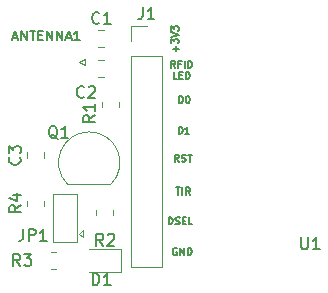
<source format=gbr>
%TF.GenerationSoftware,KiCad,Pcbnew,(6.0.2)*%
%TF.CreationDate,2022-03-07T20:15:47-06:00*%
%TF.ProjectId,RFID_board,52464944-5f62-46f6-9172-642e6b696361,rev?*%
%TF.SameCoordinates,Original*%
%TF.FileFunction,Legend,Top*%
%TF.FilePolarity,Positive*%
%FSLAX46Y46*%
G04 Gerber Fmt 4.6, Leading zero omitted, Abs format (unit mm)*
G04 Created by KiCad (PCBNEW (6.0.2)) date 2022-03-07 20:15:47*
%MOMM*%
%LPD*%
G01*
G04 APERTURE LIST*
%ADD10C,0.150000*%
%ADD11C,0.120000*%
G04 APERTURE END LIST*
D10*
X117642857Y-107700000D02*
X117585714Y-107671428D01*
X117500000Y-107671428D01*
X117414285Y-107700000D01*
X117357142Y-107757142D01*
X117328571Y-107814285D01*
X117300000Y-107928571D01*
X117300000Y-108014285D01*
X117328571Y-108128571D01*
X117357142Y-108185714D01*
X117414285Y-108242857D01*
X117500000Y-108271428D01*
X117557142Y-108271428D01*
X117642857Y-108242857D01*
X117671428Y-108214285D01*
X117671428Y-108014285D01*
X117557142Y-108014285D01*
X117928571Y-108271428D02*
X117928571Y-107671428D01*
X118271428Y-108271428D01*
X118271428Y-107671428D01*
X118557142Y-108271428D02*
X118557142Y-107671428D01*
X118700000Y-107671428D01*
X118785714Y-107700000D01*
X118842857Y-107757142D01*
X118871428Y-107814285D01*
X118900000Y-107928571D01*
X118900000Y-108014285D01*
X118871428Y-108128571D01*
X118842857Y-108185714D01*
X118785714Y-108242857D01*
X118700000Y-108271428D01*
X118557142Y-108271428D01*
X117821428Y-100371428D02*
X117621428Y-100085714D01*
X117478571Y-100371428D02*
X117478571Y-99771428D01*
X117707142Y-99771428D01*
X117764285Y-99800000D01*
X117792857Y-99828571D01*
X117821428Y-99885714D01*
X117821428Y-99971428D01*
X117792857Y-100028571D01*
X117764285Y-100057142D01*
X117707142Y-100085714D01*
X117478571Y-100085714D01*
X118050000Y-100342857D02*
X118135714Y-100371428D01*
X118278571Y-100371428D01*
X118335714Y-100342857D01*
X118364285Y-100314285D01*
X118392857Y-100257142D01*
X118392857Y-100200000D01*
X118364285Y-100142857D01*
X118335714Y-100114285D01*
X118278571Y-100085714D01*
X118164285Y-100057142D01*
X118107142Y-100028571D01*
X118078571Y-100000000D01*
X118050000Y-99942857D01*
X118050000Y-99885714D01*
X118078571Y-99828571D01*
X118107142Y-99800000D01*
X118164285Y-99771428D01*
X118307142Y-99771428D01*
X118392857Y-99800000D01*
X118564285Y-99771428D02*
X118907142Y-99771428D01*
X118735714Y-100371428D02*
X118735714Y-99771428D01*
X117832142Y-95396428D02*
X117832142Y-94796428D01*
X117975000Y-94796428D01*
X118060714Y-94825000D01*
X118117857Y-94882142D01*
X118146428Y-94939285D01*
X118175000Y-95053571D01*
X118175000Y-95139285D01*
X118146428Y-95253571D01*
X118117857Y-95310714D01*
X118060714Y-95367857D01*
X117975000Y-95396428D01*
X117832142Y-95396428D01*
X118546428Y-94796428D02*
X118603571Y-94796428D01*
X118660714Y-94825000D01*
X118689285Y-94853571D01*
X118717857Y-94910714D01*
X118746428Y-95025000D01*
X118746428Y-95167857D01*
X118717857Y-95282142D01*
X118689285Y-95339285D01*
X118660714Y-95367857D01*
X118603571Y-95396428D01*
X118546428Y-95396428D01*
X118489285Y-95367857D01*
X118460714Y-95339285D01*
X118432142Y-95282142D01*
X118403571Y-95167857D01*
X118403571Y-95025000D01*
X118432142Y-94910714D01*
X118460714Y-94853571D01*
X118489285Y-94825000D01*
X118546428Y-94796428D01*
X117535714Y-92413428D02*
X117335714Y-92127714D01*
X117192857Y-92413428D02*
X117192857Y-91813428D01*
X117421428Y-91813428D01*
X117478571Y-91842000D01*
X117507142Y-91870571D01*
X117535714Y-91927714D01*
X117535714Y-92013428D01*
X117507142Y-92070571D01*
X117478571Y-92099142D01*
X117421428Y-92127714D01*
X117192857Y-92127714D01*
X117992857Y-92099142D02*
X117792857Y-92099142D01*
X117792857Y-92413428D02*
X117792857Y-91813428D01*
X118078571Y-91813428D01*
X118307142Y-92413428D02*
X118307142Y-91813428D01*
X118592857Y-92413428D02*
X118592857Y-91813428D01*
X118735714Y-91813428D01*
X118821428Y-91842000D01*
X118878571Y-91899142D01*
X118907142Y-91956285D01*
X118935714Y-92070571D01*
X118935714Y-92156285D01*
X118907142Y-92270571D01*
X118878571Y-92327714D01*
X118821428Y-92384857D01*
X118735714Y-92413428D01*
X118592857Y-92413428D01*
X117664285Y-93379428D02*
X117378571Y-93379428D01*
X117378571Y-92779428D01*
X117864285Y-93065142D02*
X118064285Y-93065142D01*
X118150000Y-93379428D02*
X117864285Y-93379428D01*
X117864285Y-92779428D01*
X118150000Y-92779428D01*
X118407142Y-93379428D02*
X118407142Y-92779428D01*
X118550000Y-92779428D01*
X118635714Y-92808000D01*
X118692857Y-92865142D01*
X118721428Y-92922285D01*
X118750000Y-93036571D01*
X118750000Y-93122285D01*
X118721428Y-93236571D01*
X118692857Y-93293714D01*
X118635714Y-93350857D01*
X118550000Y-93379428D01*
X118407142Y-93379428D01*
X116967857Y-105671428D02*
X116967857Y-105071428D01*
X117110714Y-105071428D01*
X117196428Y-105100000D01*
X117253571Y-105157142D01*
X117282142Y-105214285D01*
X117310714Y-105328571D01*
X117310714Y-105414285D01*
X117282142Y-105528571D01*
X117253571Y-105585714D01*
X117196428Y-105642857D01*
X117110714Y-105671428D01*
X116967857Y-105671428D01*
X117539285Y-105642857D02*
X117625000Y-105671428D01*
X117767857Y-105671428D01*
X117825000Y-105642857D01*
X117853571Y-105614285D01*
X117882142Y-105557142D01*
X117882142Y-105500000D01*
X117853571Y-105442857D01*
X117825000Y-105414285D01*
X117767857Y-105385714D01*
X117653571Y-105357142D01*
X117596428Y-105328571D01*
X117567857Y-105300000D01*
X117539285Y-105242857D01*
X117539285Y-105185714D01*
X117567857Y-105128571D01*
X117596428Y-105100000D01*
X117653571Y-105071428D01*
X117796428Y-105071428D01*
X117882142Y-105100000D01*
X118139285Y-105357142D02*
X118339285Y-105357142D01*
X118425000Y-105671428D02*
X118139285Y-105671428D01*
X118139285Y-105071428D01*
X118425000Y-105071428D01*
X118967857Y-105671428D02*
X118682142Y-105671428D01*
X118682142Y-105071428D01*
X117585714Y-102546428D02*
X117928571Y-102546428D01*
X117757142Y-103146428D02*
X117757142Y-102546428D01*
X118128571Y-103146428D02*
X118128571Y-102546428D01*
X118757142Y-103146428D02*
X118557142Y-102860714D01*
X118414285Y-103146428D02*
X118414285Y-102546428D01*
X118642857Y-102546428D01*
X118700000Y-102575000D01*
X118728571Y-102603571D01*
X118757142Y-102660714D01*
X118757142Y-102746428D01*
X118728571Y-102803571D01*
X118700000Y-102832142D01*
X118642857Y-102860714D01*
X118414285Y-102860714D01*
X117567857Y-91032142D02*
X117567857Y-90575000D01*
X117796428Y-90803571D02*
X117339285Y-90803571D01*
X117196428Y-90346428D02*
X117196428Y-89975000D01*
X117425000Y-90175000D01*
X117425000Y-90089285D01*
X117453571Y-90032142D01*
X117482142Y-90003571D01*
X117539285Y-89975000D01*
X117682142Y-89975000D01*
X117739285Y-90003571D01*
X117767857Y-90032142D01*
X117796428Y-90089285D01*
X117796428Y-90260714D01*
X117767857Y-90317857D01*
X117739285Y-90346428D01*
X117196428Y-89803571D02*
X117796428Y-89603571D01*
X117196428Y-89403571D01*
X117196428Y-89260714D02*
X117196428Y-88889285D01*
X117425000Y-89089285D01*
X117425000Y-89003571D01*
X117453571Y-88946428D01*
X117482142Y-88917857D01*
X117539285Y-88889285D01*
X117682142Y-88889285D01*
X117739285Y-88917857D01*
X117767857Y-88946428D01*
X117796428Y-89003571D01*
X117796428Y-89175000D01*
X117767857Y-89232142D01*
X117739285Y-89260714D01*
X117807142Y-97996428D02*
X117807142Y-97396428D01*
X117950000Y-97396428D01*
X118035714Y-97425000D01*
X118092857Y-97482142D01*
X118121428Y-97539285D01*
X118150000Y-97653571D01*
X118150000Y-97739285D01*
X118121428Y-97853571D01*
X118092857Y-97910714D01*
X118035714Y-97967857D01*
X117950000Y-97996428D01*
X117807142Y-97996428D01*
X118721428Y-97996428D02*
X118378571Y-97996428D01*
X118550000Y-97996428D02*
X118550000Y-97396428D01*
X118492857Y-97482142D01*
X118435714Y-97539285D01*
X118378571Y-97567857D01*
%TO.C,U1*%
X128163095Y-106777380D02*
X128163095Y-107586904D01*
X128210714Y-107682142D01*
X128258333Y-107729761D01*
X128353571Y-107777380D01*
X128544047Y-107777380D01*
X128639285Y-107729761D01*
X128686904Y-107682142D01*
X128734523Y-107586904D01*
X128734523Y-106777380D01*
X129734523Y-107777380D02*
X129163095Y-107777380D01*
X129448809Y-107777380D02*
X129448809Y-106777380D01*
X129353571Y-106920238D01*
X129258333Y-107015476D01*
X129163095Y-107063095D01*
%TO.C,JP1*%
X104641666Y-106077380D02*
X104641666Y-106791666D01*
X104594047Y-106934523D01*
X104498809Y-107029761D01*
X104355952Y-107077380D01*
X104260714Y-107077380D01*
X105117857Y-107077380D02*
X105117857Y-106077380D01*
X105498809Y-106077380D01*
X105594047Y-106125000D01*
X105641666Y-106172619D01*
X105689285Y-106267857D01*
X105689285Y-106410714D01*
X105641666Y-106505952D01*
X105594047Y-106553571D01*
X105498809Y-106601190D01*
X105117857Y-106601190D01*
X106641666Y-107077380D02*
X106070238Y-107077380D01*
X106355952Y-107077380D02*
X106355952Y-106077380D01*
X106260714Y-106220238D01*
X106165476Y-106315476D01*
X106070238Y-106363095D01*
%TO.C,R3*%
X104383333Y-109177380D02*
X104050000Y-108701190D01*
X103811904Y-109177380D02*
X103811904Y-108177380D01*
X104192857Y-108177380D01*
X104288095Y-108225000D01*
X104335714Y-108272619D01*
X104383333Y-108367857D01*
X104383333Y-108510714D01*
X104335714Y-108605952D01*
X104288095Y-108653571D01*
X104192857Y-108701190D01*
X103811904Y-108701190D01*
X104716666Y-108177380D02*
X105335714Y-108177380D01*
X105002380Y-108558333D01*
X105145238Y-108558333D01*
X105240476Y-108605952D01*
X105288095Y-108653571D01*
X105335714Y-108748809D01*
X105335714Y-108986904D01*
X105288095Y-109082142D01*
X105240476Y-109129761D01*
X105145238Y-109177380D01*
X104859523Y-109177380D01*
X104764285Y-109129761D01*
X104716666Y-109082142D01*
%TO.C,R2*%
X111408333Y-107477380D02*
X111075000Y-107001190D01*
X110836904Y-107477380D02*
X110836904Y-106477380D01*
X111217857Y-106477380D01*
X111313095Y-106525000D01*
X111360714Y-106572619D01*
X111408333Y-106667857D01*
X111408333Y-106810714D01*
X111360714Y-106905952D01*
X111313095Y-106953571D01*
X111217857Y-107001190D01*
X110836904Y-107001190D01*
X111789285Y-106572619D02*
X111836904Y-106525000D01*
X111932142Y-106477380D01*
X112170238Y-106477380D01*
X112265476Y-106525000D01*
X112313095Y-106572619D01*
X112360714Y-106667857D01*
X112360714Y-106763095D01*
X112313095Y-106905952D01*
X111741666Y-107477380D01*
X112360714Y-107477380D01*
%TO.C,D1*%
X110513904Y-110814380D02*
X110513904Y-109814380D01*
X110752000Y-109814380D01*
X110894857Y-109862000D01*
X110990095Y-109957238D01*
X111037714Y-110052476D01*
X111085333Y-110242952D01*
X111085333Y-110385809D01*
X111037714Y-110576285D01*
X110990095Y-110671523D01*
X110894857Y-110766761D01*
X110752000Y-110814380D01*
X110513904Y-110814380D01*
X112037714Y-110814380D02*
X111466285Y-110814380D01*
X111752000Y-110814380D02*
X111752000Y-109814380D01*
X111656761Y-109957238D01*
X111561523Y-110052476D01*
X111466285Y-110100095D01*
%TO.C,C2*%
X109808333Y-94857142D02*
X109760714Y-94904761D01*
X109617857Y-94952380D01*
X109522619Y-94952380D01*
X109379761Y-94904761D01*
X109284523Y-94809523D01*
X109236904Y-94714285D01*
X109189285Y-94523809D01*
X109189285Y-94380952D01*
X109236904Y-94190476D01*
X109284523Y-94095238D01*
X109379761Y-94000000D01*
X109522619Y-93952380D01*
X109617857Y-93952380D01*
X109760714Y-94000000D01*
X109808333Y-94047619D01*
X110189285Y-94047619D02*
X110236904Y-94000000D01*
X110332142Y-93952380D01*
X110570238Y-93952380D01*
X110665476Y-94000000D01*
X110713095Y-94047619D01*
X110760714Y-94142857D01*
X110760714Y-94238095D01*
X110713095Y-94380952D01*
X110141666Y-94952380D01*
X110760714Y-94952380D01*
%TO.C,R1*%
X110727380Y-96441666D02*
X110251190Y-96775000D01*
X110727380Y-97013095D02*
X109727380Y-97013095D01*
X109727380Y-96632142D01*
X109775000Y-96536904D01*
X109822619Y-96489285D01*
X109917857Y-96441666D01*
X110060714Y-96441666D01*
X110155952Y-96489285D01*
X110203571Y-96536904D01*
X110251190Y-96632142D01*
X110251190Y-97013095D01*
X110727380Y-95489285D02*
X110727380Y-96060714D01*
X110727380Y-95775000D02*
X109727380Y-95775000D01*
X109870238Y-95870238D01*
X109965476Y-95965476D01*
X110013095Y-96060714D01*
%TO.C,ANTENNA1*%
X103761904Y-89858333D02*
X104142857Y-89858333D01*
X103685714Y-90086904D02*
X103952380Y-89286904D01*
X104219047Y-90086904D01*
X104485714Y-90086904D02*
X104485714Y-89286904D01*
X104942857Y-90086904D01*
X104942857Y-89286904D01*
X105209523Y-89286904D02*
X105666666Y-89286904D01*
X105438095Y-90086904D02*
X105438095Y-89286904D01*
X105933333Y-89667857D02*
X106200000Y-89667857D01*
X106314285Y-90086904D02*
X105933333Y-90086904D01*
X105933333Y-89286904D01*
X106314285Y-89286904D01*
X106657142Y-90086904D02*
X106657142Y-89286904D01*
X107114285Y-90086904D01*
X107114285Y-89286904D01*
X107495238Y-90086904D02*
X107495238Y-89286904D01*
X107952380Y-90086904D01*
X107952380Y-89286904D01*
X108295238Y-89858333D02*
X108676190Y-89858333D01*
X108219047Y-90086904D02*
X108485714Y-89286904D01*
X108752380Y-90086904D01*
X109438095Y-90086904D02*
X108980952Y-90086904D01*
X109209523Y-90086904D02*
X109209523Y-89286904D01*
X109133333Y-89401190D01*
X109057142Y-89477380D01*
X108980952Y-89515476D01*
%TO.C,C3*%
X104341142Y-99988666D02*
X104388761Y-100036285D01*
X104436380Y-100179142D01*
X104436380Y-100274380D01*
X104388761Y-100417238D01*
X104293523Y-100512476D01*
X104198285Y-100560095D01*
X104007809Y-100607714D01*
X103864952Y-100607714D01*
X103674476Y-100560095D01*
X103579238Y-100512476D01*
X103484000Y-100417238D01*
X103436380Y-100274380D01*
X103436380Y-100179142D01*
X103484000Y-100036285D01*
X103531619Y-99988666D01*
X103436380Y-99655333D02*
X103436380Y-99036285D01*
X103817333Y-99369619D01*
X103817333Y-99226761D01*
X103864952Y-99131523D01*
X103912571Y-99083904D01*
X104007809Y-99036285D01*
X104245904Y-99036285D01*
X104341142Y-99083904D01*
X104388761Y-99131523D01*
X104436380Y-99226761D01*
X104436380Y-99512476D01*
X104388761Y-99607714D01*
X104341142Y-99655333D01*
%TO.C,C1*%
X111085333Y-88593142D02*
X111037714Y-88640761D01*
X110894857Y-88688380D01*
X110799619Y-88688380D01*
X110656761Y-88640761D01*
X110561523Y-88545523D01*
X110513904Y-88450285D01*
X110466285Y-88259809D01*
X110466285Y-88116952D01*
X110513904Y-87926476D01*
X110561523Y-87831238D01*
X110656761Y-87736000D01*
X110799619Y-87688380D01*
X110894857Y-87688380D01*
X111037714Y-87736000D01*
X111085333Y-87783619D01*
X112037714Y-88688380D02*
X111466285Y-88688380D01*
X111752000Y-88688380D02*
X111752000Y-87688380D01*
X111656761Y-87831238D01*
X111561523Y-87926476D01*
X111466285Y-87974095D01*
%TO.C,R4*%
X104466380Y-104052666D02*
X103990190Y-104386000D01*
X104466380Y-104624095D02*
X103466380Y-104624095D01*
X103466380Y-104243142D01*
X103514000Y-104147904D01*
X103561619Y-104100285D01*
X103656857Y-104052666D01*
X103799714Y-104052666D01*
X103894952Y-104100285D01*
X103942571Y-104147904D01*
X103990190Y-104243142D01*
X103990190Y-104624095D01*
X103799714Y-103195523D02*
X104466380Y-103195523D01*
X103418761Y-103433619D02*
X104133047Y-103671714D01*
X104133047Y-103052666D01*
%TO.C,Q1*%
X107554761Y-98422619D02*
X107459523Y-98375000D01*
X107364285Y-98279761D01*
X107221428Y-98136904D01*
X107126190Y-98089285D01*
X107030952Y-98089285D01*
X107078571Y-98327380D02*
X106983333Y-98279761D01*
X106888095Y-98184523D01*
X106840476Y-97994047D01*
X106840476Y-97660714D01*
X106888095Y-97470238D01*
X106983333Y-97375000D01*
X107078571Y-97327380D01*
X107269047Y-97327380D01*
X107364285Y-97375000D01*
X107459523Y-97470238D01*
X107507142Y-97660714D01*
X107507142Y-97994047D01*
X107459523Y-98184523D01*
X107364285Y-98279761D01*
X107269047Y-98327380D01*
X107078571Y-98327380D01*
X108459523Y-98327380D02*
X107888095Y-98327380D01*
X108173809Y-98327380D02*
X108173809Y-97327380D01*
X108078571Y-97470238D01*
X107983333Y-97565476D01*
X107888095Y-97613095D01*
%TO.C,J1*%
X114757166Y-87292380D02*
X114757166Y-88006666D01*
X114709547Y-88149523D01*
X114614309Y-88244761D01*
X114471452Y-88292380D01*
X114376214Y-88292380D01*
X115757166Y-88292380D02*
X115185738Y-88292380D01*
X115471452Y-88292380D02*
X115471452Y-87292380D01*
X115376214Y-87435238D01*
X115280976Y-87530476D01*
X115185738Y-87578095D01*
D11*
%TO.C,JP1*%
X109704000Y-106756000D02*
X109704000Y-106156000D01*
X109204000Y-107206000D02*
X107204000Y-107206000D01*
X109204000Y-103106000D02*
X109204000Y-107206000D01*
X109404000Y-106456000D02*
X109704000Y-106156000D01*
X107204000Y-107206000D02*
X107204000Y-103106000D01*
X107204000Y-103106000D02*
X109204000Y-103106000D01*
X109404000Y-106456000D02*
X109704000Y-106756000D01*
%TO.C,R3*%
X107415064Y-109447000D02*
X106960936Y-109447000D01*
X107415064Y-107977000D02*
X106960936Y-107977000D01*
%TO.C,R2*%
X112241000Y-104875064D02*
X112241000Y-104420936D01*
X110771000Y-104875064D02*
X110771000Y-104420936D01*
%TO.C,D1*%
X112937000Y-107752000D02*
X110252000Y-107752000D01*
X112937000Y-109672000D02*
X112937000Y-107752000D01*
X110252000Y-109672000D02*
X112937000Y-109672000D01*
%TO.C,C2*%
X110990748Y-93191000D02*
X111513252Y-93191000D01*
X110990748Y-91721000D02*
X111513252Y-91721000D01*
%TO.C,R1*%
X112749000Y-95276936D02*
X112749000Y-95731064D01*
X111279000Y-95276936D02*
X111279000Y-95731064D01*
%TO.C,ANTENNA1*%
X109882000Y-92198000D02*
X109882000Y-91698000D01*
X109882000Y-91698000D02*
X109382000Y-91948000D01*
X109382000Y-91948000D02*
X109882000Y-92198000D01*
%TO.C,C3*%
X104929000Y-100083252D02*
X104929000Y-99560748D01*
X106399000Y-100083252D02*
X106399000Y-99560748D01*
%TO.C,C1*%
X110990748Y-89181000D02*
X111513252Y-89181000D01*
X110990748Y-90651000D02*
X111513252Y-90651000D01*
%TO.C,R4*%
X106399000Y-104113064D02*
X106399000Y-103658936D01*
X104929000Y-104113064D02*
X104929000Y-103658936D01*
%TO.C,Q1*%
X108436000Y-102286000D02*
X112036000Y-102286000D01*
X112074478Y-102274478D02*
G75*
G03*
X110236000Y-97836000I-1838478J1838478D01*
G01*
X110236000Y-97835999D02*
G75*
G03*
X108397522Y-102274478I0J-2600001D01*
G01*
%TO.C,J1*%
X113760500Y-90170000D02*
X113760500Y-88840000D01*
X113760500Y-91440000D02*
X113760500Y-109280000D01*
X116420500Y-91440000D02*
X116420500Y-109280000D01*
X113760500Y-109280000D02*
X116420500Y-109280000D01*
X113760500Y-91440000D02*
X116420500Y-91440000D01*
X113760500Y-88840000D02*
X115090500Y-88840000D01*
%TD*%
M02*

</source>
